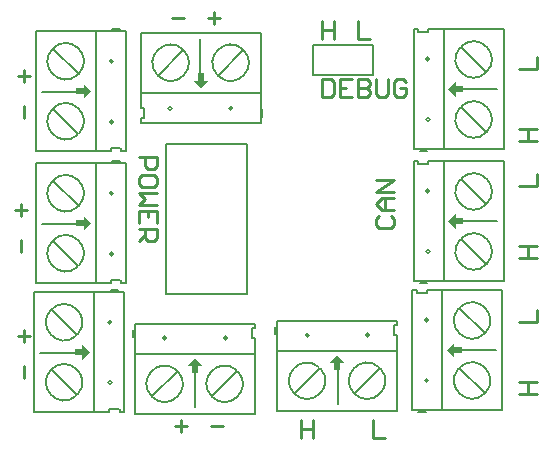
<source format=gto>
G04*
G04 #@! TF.GenerationSoftware,Altium Limited,Altium Designer,24.9.1 (31)*
G04*
G04 Layer_Color=65535*
%FSTAX25Y25*%
%MOIN*%
G70*
G04*
G04 #@! TF.SameCoordinates,80357BE8-FB89-4C24-BB12-38274DCAA4D6*
G04*
G04*
G04 #@! TF.FilePolarity,Positive*
G04*
G01*
G75*
%ADD10C,0.00700*%
%ADD11C,0.00787*%
%ADD12C,0.01000*%
G36*
X0353Y0309D02*
X03545D01*
X0352Y03065D01*
X03495Y0309D01*
X0351D01*
Y03115D01*
X0353D01*
Y0309D01*
D02*
G37*
G36*
X0437Y03071D02*
X04395D01*
Y03051D01*
X0437D01*
Y03036D01*
X04345Y03061D01*
X0437Y03086D01*
Y03071D01*
D02*
G37*
G36*
X03155Y03055D02*
X0313Y0303D01*
Y03045D01*
X03105D01*
Y03065D01*
X0313D01*
Y0308D01*
X03155Y03055D01*
D02*
G37*
G36*
X0437Y02631D02*
X04395D01*
Y02611D01*
X0437D01*
Y02596D01*
X04345Y02621D01*
X0437Y02646D01*
Y02631D01*
D02*
G37*
G36*
X03155Y02615D02*
X0313Y0259D01*
Y02605D01*
X03105D01*
Y02625D01*
X0313D01*
Y0264D01*
X03155Y02615D01*
D02*
G37*
G36*
X04365Y02201D02*
X0439D01*
Y02181D01*
X04365D01*
Y02166D01*
X0434Y02191D01*
X04365Y02216D01*
Y02201D01*
D02*
G37*
G36*
X0315Y02185D02*
X03125Y0216D01*
Y02175D01*
X031D01*
Y02195D01*
X03125D01*
Y0221D01*
X0315Y02185D01*
D02*
G37*
G36*
X04Y0215D02*
X03985D01*
Y02125D01*
X03965D01*
Y0215D01*
X0395D01*
X03975Y02175D01*
X04Y0215D01*
D02*
G37*
G36*
X03525Y0214D02*
X0351D01*
Y02115D01*
X0349D01*
Y0214D01*
X03475D01*
X035Y02165D01*
X03525Y0214D01*
D02*
G37*
D10*
X0338024Y0310456D02*
G03*
X0337482Y0310995I0003976J0004544D01*
G01*
X036264Y02998D02*
G03*
X036264Y02998I-000064J0D01*
G01*
X034244Y02997D02*
G03*
X034244Y02997I-000064J0D01*
G01*
X0358096Y0310395D02*
G03*
X0357482Y0310995I0003904J0004605D01*
G01*
X0411476Y0213544D02*
G03*
X0412018Y0213005I-0003976J-0004544D01*
G01*
X038814Y02242D02*
G03*
X038814Y02242I-000064J0D01*
G01*
X040834Y02243D02*
G03*
X040834Y02243I-000064J0D01*
G01*
X0391404Y0213605D02*
G03*
X0392018Y0213005I-0003904J-0004605D01*
G01*
X0311044Y0204524D02*
G03*
X0310505Y0203982I-0004544J0003976D01*
G01*
X032234Y02285D02*
G03*
X032234Y02285I-000064J0D01*
G01*
X032244Y02083D02*
G03*
X032244Y02083I-000064J0D01*
G01*
X0311105Y0224596D02*
G03*
X0310505Y0223982I-0004605J0003904D01*
G01*
X0363976Y0212544D02*
G03*
X0364518Y0212005I-0003976J-0004544D01*
G01*
X034064Y02232D02*
G03*
X034064Y02232I-000064J0D01*
G01*
X036084Y02233D02*
G03*
X036084Y02233I-000064J0D01*
G01*
X0343904Y0212605D02*
G03*
X0344518Y0212005I-0003904J-0004605D01*
G01*
X0311544Y0291524D02*
G03*
X0311005Y0290982I-0004544J0003976D01*
G01*
X032284Y03155D02*
G03*
X032284Y03155I-000064J0D01*
G01*
X032294Y02953D02*
G03*
X032294Y02953I-000064J0D01*
G01*
X0311605Y0311596D02*
G03*
X0311005Y0310982I-0004605J0003904D01*
G01*
X0311544Y0247524D02*
G03*
X0311005Y0246982I-0004544J0003976D01*
G01*
X032284Y02715D02*
G03*
X032284Y02715I-000064J0D01*
G01*
X032294Y02513D02*
G03*
X032294Y02513I-000064J0D01*
G01*
X0311605Y0267596D02*
G03*
X0311005Y0266982I-0004605J0003904D01*
G01*
X0438456Y0320076D02*
G03*
X0438995Y0320618I0004544J-0003976D01*
G01*
X042844Y02961D02*
G03*
X042844Y02961I-000064J0D01*
G01*
X042834Y03163D02*
G03*
X042834Y03163I-000064J0D01*
G01*
X0438395Y0300004D02*
G03*
X0438995Y0300618I0004605J-0003904D01*
G01*
X0438456Y0276076D02*
G03*
X0438995Y0276618I0004544J-0003976D01*
G01*
X042844Y02521D02*
G03*
X042844Y02521I-000064J0D01*
G01*
X042834Y02723D02*
G03*
X042834Y02723I-000064J0D01*
G01*
X0438395Y0256004D02*
G03*
X0438995Y0256618I0004605J-0003904D01*
G01*
X0437956Y0233076D02*
G03*
X0438495Y0233618I0004544J-0003976D01*
G01*
X042794Y02091D02*
G03*
X042794Y02091I-000064J0D01*
G01*
X042784Y02293D02*
G03*
X042784Y02293I-000064J0D01*
G01*
X0437895Y0213004D02*
G03*
X0438495Y0213618I0004605J-0003904D01*
G01*
X0332Y0295D02*
Y02965D01*
X0333D01*
X0332Y0295D02*
X0372D01*
X0332Y0311D02*
Y03229D01*
Y0325D02*
X0372D01*
X033775Y031075D02*
X03462Y03192D01*
X03518Y03078D02*
Y03229D01*
X03726Y0297D02*
Y02995D01*
X0372Y0295D02*
Y031D01*
X0333Y02968D02*
Y02999D01*
X0332D02*
X0333D01*
X0332D02*
Y0325D01*
X0372Y031D02*
Y0325D01*
X0332Y0305D02*
X0372D01*
X03577Y03107D02*
X03662Y03192D01*
X04175Y02275D02*
Y0229D01*
X04165Y02275D02*
X04175D01*
X03775Y0229D02*
X04175D01*
Y02011D02*
Y0213D01*
X03775Y0199D02*
X04175D01*
X04033Y02048D02*
X041175Y021325D01*
X03977Y02011D02*
Y02162D01*
X03769Y02245D02*
Y0227D01*
X03775Y0214D02*
Y0229D01*
X04165Y02241D02*
Y02272D01*
Y02241D02*
X04175D01*
Y0199D02*
Y02241D01*
X03775Y0199D02*
Y0214D01*
Y0219D02*
X04175D01*
X03833Y02048D02*
X03918Y02133D01*
X0325Y01985D02*
X03265D01*
X0325D02*
Y01995D01*
X03265Y01985D02*
Y02385D01*
X02986Y01985D02*
X03105D01*
X02965D02*
Y02385D01*
X03023Y02127D02*
X031075Y020425D01*
X02986Y02183D02*
X03137D01*
X0322Y02391D02*
X03245D01*
X03115Y02385D02*
X03265D01*
X03216Y01995D02*
X03247D01*
X03216Y01985D02*
Y01995D01*
X02965Y01985D02*
X03216D01*
X02965Y02385D02*
X03115D01*
X03165Y01985D02*
Y02385D01*
X03023Y02327D02*
X03108Y02242D01*
X037Y02265D02*
Y0228D01*
X0369Y02265D02*
X037D01*
X033Y0228D02*
X037D01*
Y02001D02*
Y0212D01*
X033Y0198D02*
X037D01*
X03558Y02038D02*
X036425Y021225D01*
X03502Y02001D02*
Y02152D01*
X03294Y02235D02*
Y0226D01*
X033Y0213D02*
Y0228D01*
X0369Y02231D02*
Y02262D01*
Y02231D02*
X037D01*
Y0198D02*
Y02231D01*
X033Y0198D02*
Y0213D01*
Y0218D02*
X037D01*
X03358Y02038D02*
X03443Y02123D01*
X03255Y02855D02*
X0327D01*
X03255D02*
Y02865D01*
X0327Y02855D02*
Y03255D01*
X02991Y02855D02*
X0311D01*
X0297D02*
Y03255D01*
X03028Y02997D02*
X031125Y029125D01*
X02991Y03053D02*
X03142D01*
X03225Y03261D02*
X0325D01*
X0312Y03255D02*
X0327D01*
X03221Y02865D02*
X03252D01*
X03221Y02855D02*
Y02865D01*
X0297Y02855D02*
X03221D01*
X0297Y03255D02*
X0312D01*
X0317Y02855D02*
Y03255D01*
X03028Y03197D02*
X03113Y03112D01*
X03255Y02415D02*
X0327D01*
X03255D02*
Y02425D01*
X0327Y02415D02*
Y02815D01*
X02991Y02415D02*
X0311D01*
X0297D02*
Y02815D01*
X03028Y02557D02*
X031125Y024725D01*
X02991Y02613D02*
X03142D01*
X03225Y02821D02*
X0325D01*
X0312Y02815D02*
X0327D01*
X03221Y02425D02*
X03252D01*
X03221Y02415D02*
Y02425D01*
X0297Y02415D02*
X03221D01*
X0297Y02815D02*
X0312D01*
X0317Y02415D02*
Y02815D01*
X03028Y02757D02*
X03113Y02672D01*
X0423Y03261D02*
X04245D01*
Y03251D02*
Y03261D01*
X0423Y02861D02*
Y03261D01*
X0439D02*
X04509D01*
X0453Y02861D02*
Y03261D01*
X043875Y032035D02*
X04472Y03119D01*
X04358Y03063D02*
X04509D01*
X0425Y02855D02*
X04275D01*
X0423Y02861D02*
X0438D01*
X04248Y03251D02*
X04279D01*
Y03261D01*
X0453D01*
X0438Y02861D02*
X0453D01*
X0433D02*
Y03261D01*
X04387Y03004D02*
X04472Y02919D01*
X0423Y02821D02*
X04245D01*
Y02811D02*
Y02821D01*
X0423Y02421D02*
Y02821D01*
X0439D02*
X04509D01*
X0453Y02421D02*
Y02821D01*
X043875Y027635D02*
X04472Y02679D01*
X04358Y02623D02*
X04509D01*
X0425Y02415D02*
X04275D01*
X0423Y02421D02*
X0438D01*
X04248Y02811D02*
X04279D01*
Y02821D01*
X0453D01*
X0438Y02421D02*
X0453D01*
X0433D02*
Y02821D01*
X04387Y02564D02*
X04472Y02479D01*
X04225Y02391D02*
X0424D01*
Y02381D02*
Y02391D01*
X04225Y01991D02*
Y02391D01*
X04385D02*
X04504D01*
X04525Y01991D02*
Y02391D01*
X043825Y023335D02*
X04467Y02249D01*
X04353Y02193D02*
X04504D01*
X04245Y01985D02*
X0427D01*
X04225Y01991D02*
X04375D01*
X04243Y02381D02*
X04274D01*
Y02391D01*
X04525D01*
X04375Y01991D02*
X04525D01*
X04325D02*
Y02391D01*
X04382Y02134D02*
X04467Y02049D01*
D11*
X0367386Y0238D02*
Y0288D01*
X0340614D02*
X0367386D01*
X0340614Y0238D02*
X0367386D01*
X0340614D02*
Y0288D01*
X03895Y0321D02*
X04095D01*
X03895Y0311D02*
Y0321D01*
Y0311D02*
X04095D01*
Y0321D01*
D12*
X0411502Y0263999D02*
X0410502Y0262999D01*
Y0261D01*
X0411502Y026D01*
X04155D01*
X04165Y0261D01*
Y0262999D01*
X04155Y0263999D01*
X04165Y0265998D02*
X0412501D01*
X0410502Y0267997D01*
X0412501Y0269997D01*
X04165D01*
X0413501D01*
Y0265998D01*
X04165Y0271996D02*
X0410502D01*
X04165Y0275995D01*
X0410502D01*
X03855Y0195998D02*
Y019D01*
Y0192999D01*
X0389499D01*
Y0195998D01*
Y019D01*
X0409492Y0195998D02*
Y019D01*
X0413491D01*
X03435Y0193999D02*
X0347499D01*
X0345499Y0195998D02*
Y0192D01*
X0355496Y0193999D02*
X0359495D01*
X0291999Y0268D02*
Y0264001D01*
X0293998Y0266001D02*
X029D01*
X0291999Y0256004D02*
Y0252005D01*
X03585Y0330001D02*
X0354501D01*
X0356501Y0328002D02*
Y0332D01*
X0346504Y0330001D02*
X0342505D01*
X0292999Y03125D02*
Y0308501D01*
X0294998Y0310501D02*
X0291D01*
X0292999Y0300504D02*
Y0296505D01*
Y0226D02*
Y0222001D01*
X0294998Y0224001D02*
X0291D01*
X0292999Y0214004D02*
Y0210005D01*
X03315Y02835D02*
X0337498D01*
Y0280501D01*
X0336498Y0279501D01*
X0334499D01*
X0333499Y0280501D01*
Y02835D01*
X0337498Y0274503D02*
Y0276502D01*
X0336498Y0277502D01*
X03325D01*
X03315Y0276502D01*
Y0274503D01*
X03325Y0273503D01*
X0336498D01*
X0337498Y0274503D01*
Y0271504D02*
X03315D01*
X0333499Y0269504D01*
X03315Y0267505D01*
X0337498D01*
Y0261507D02*
Y0265506D01*
X03315D01*
Y0261507D01*
X0334499Y0265506D02*
Y0263507D01*
X03315Y0259508D02*
X0337498D01*
Y0256509D01*
X0336498Y0255509D01*
X0334499D01*
X0333499Y0256509D01*
Y0259508D01*
Y0257508D02*
X03315Y0255509D01*
X0458002Y02045D02*
X0464D01*
X0461001D01*
Y0208499D01*
X0458002D01*
X0464D01*
X0458002Y0228492D02*
X0464D01*
Y0232491D01*
X0458002Y025D02*
X0464D01*
X0461001D01*
Y0253999D01*
X0458002D01*
X0464D01*
X0458002Y0273992D02*
X0464D01*
Y0277991D01*
X0458002Y0289D02*
X0464D01*
X0461001D01*
Y0292999D01*
X0458002D01*
X0464D01*
X0458002Y0312992D02*
X0464D01*
Y0316991D01*
X03925Y0328998D02*
Y0323D01*
Y0325999D01*
X0396499D01*
Y0328998D01*
Y0323D01*
X0404496Y0328998D02*
Y0323D01*
X0408495D01*
X0392505Y0309499D02*
Y0303501D01*
X0395504D01*
X0396503Y0304501D01*
Y0308499D01*
X0395504Y0309499D01*
X0392505D01*
X0402501D02*
X0398503D01*
Y0303501D01*
X0402501D01*
X0398503Y03065D02*
X0400502D01*
X0404501Y0309499D02*
Y0303501D01*
X04075D01*
X0408499Y0304501D01*
Y03055D01*
X04075Y03065D01*
X0404501D01*
X04075D01*
X0408499Y03075D01*
Y0308499D01*
X04075Y0309499D01*
X0404501D01*
X0410499D02*
Y0304501D01*
X0411498Y0303501D01*
X0413498D01*
X0414497Y0304501D01*
Y0309499D01*
X0420496Y0308499D02*
X0419496Y0309499D01*
X0417496D01*
X0416497Y0308499D01*
Y0304501D01*
X0417496Y0303501D01*
X0419496D01*
X0420496Y0304501D01*
Y03065D01*
X0418496D01*
M02*

</source>
